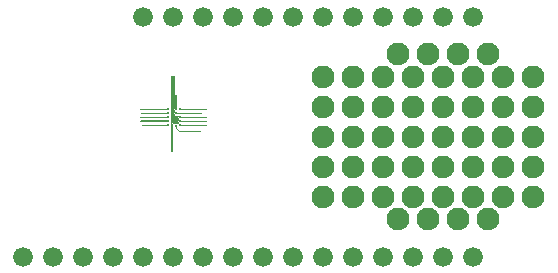
<source format=gbr>
G04 #@! TF.GenerationSoftware,KiCad,Pcbnew,5.1.4+dfsg1-1~bpo10+1*
G04 #@! TF.CreationDate,2019-11-15T17:22:20+01:00*
G04 #@! TF.ProjectId,quicklogic-quick-feather-board,71756963-6b6c-46f6-9769-632d71756963,rev?*
G04 #@! TF.SameCoordinates,Original*
G04 #@! TF.FileFunction,Copper,L2,Inr*
G04 #@! TF.FilePolarity,Positive*
%FSLAX46Y46*%
G04 Gerber Fmt 4.6, Leading zero omitted, Abs format (unit mm)*
G04 Created by KiCad (PCBNEW 5.1.4+dfsg1-1~bpo10+1) date 2019-11-15 17:22:20*
%MOMM*%
%LPD*%
G04 APERTURE LIST*
%ADD10C,1.676400*%
%ADD11C,0.250000*%
%ADD12C,1.930400*%
%ADD13C,0.100000*%
%ADD14C,0.150000*%
G04 APERTURE END LIST*
D10*
X129451100Y-115163600D03*
X131991100Y-115163600D03*
X134531100Y-115163600D03*
X137071100Y-115163600D03*
X139611100Y-115163600D03*
X142151100Y-115163600D03*
X144691100Y-115163600D03*
X147231100Y-115163600D03*
X149771100Y-115163600D03*
X152311100Y-115163600D03*
X154851100Y-115163600D03*
X157391100Y-115163600D03*
X159931100Y-115163600D03*
X162471100Y-115163600D03*
X165011100Y-115163600D03*
X167551100Y-115163600D03*
X167551100Y-94843600D03*
X165011100Y-94843600D03*
X162471100Y-94843600D03*
X159931100Y-94843600D03*
X157391100Y-94843600D03*
X154851100Y-94843600D03*
X152311100Y-94843600D03*
X149771100Y-94843600D03*
X147231100Y-94843600D03*
X144691100Y-94843600D03*
X142151100Y-94843600D03*
X139611100Y-94843600D03*
D11*
X142420600Y-104065600D03*
X142417800Y-103354400D03*
X142065000Y-103710000D03*
X142065000Y-103360000D03*
X142065000Y-103010000D03*
D12*
X161201100Y-111988600D03*
X163741100Y-111988600D03*
X166281100Y-111988600D03*
X168821100Y-111988600D03*
X161201100Y-98018600D03*
X163741100Y-98018600D03*
X166281100Y-98018600D03*
X168821100Y-98018600D03*
X167551100Y-99923600D03*
X167551100Y-102463600D03*
X170091100Y-102463600D03*
X170091100Y-99923600D03*
X172631100Y-99923600D03*
X172631100Y-102463600D03*
X172631100Y-105003600D03*
X172631100Y-107543600D03*
X170091100Y-107543600D03*
X170091100Y-105003600D03*
X167551100Y-105003600D03*
X167551100Y-107543600D03*
X167551100Y-110083600D03*
X170091100Y-110083600D03*
X165011100Y-110083600D03*
X165011100Y-107543600D03*
X165011100Y-105003600D03*
X165011100Y-102463600D03*
X165011100Y-99923600D03*
X162471100Y-99923600D03*
X162471100Y-102463600D03*
X162471100Y-105003600D03*
X162471100Y-107543600D03*
X162471100Y-110083600D03*
X159931100Y-110083600D03*
X159931100Y-107543600D03*
X159931100Y-105003600D03*
X159931100Y-102463600D03*
X159931100Y-99923600D03*
X157391100Y-99923600D03*
X157391100Y-102463600D03*
X157391100Y-105003600D03*
X157391100Y-107543600D03*
X157391100Y-110083600D03*
X172631100Y-110083600D03*
X154851100Y-102463600D03*
X154851100Y-105003600D03*
X154851100Y-99923600D03*
X154851100Y-107543600D03*
X154851100Y-110083600D03*
D11*
X141715000Y-104060000D03*
X142765000Y-104060000D03*
X142765000Y-103710000D03*
X141715000Y-103360000D03*
X142765000Y-103360000D03*
X141715000Y-103010000D03*
X142415000Y-103010000D03*
X141715000Y-102660000D03*
X142765000Y-102660000D03*
X142065000Y-104060000D03*
X141715000Y-103710000D03*
X142420000Y-102660000D03*
D13*
X141715000Y-104060000D02*
X141538224Y-104060000D01*
X141538224Y-104060000D02*
X139480000Y-104060000D01*
X142420600Y-104242376D02*
X142673824Y-104495600D01*
X142420600Y-104065600D02*
X142420600Y-104242376D01*
X142673824Y-104495600D02*
X144399000Y-104495600D01*
X142765000Y-104060000D02*
X144960000Y-104060000D01*
X142765000Y-103710000D02*
X144960000Y-103710000D01*
X141715000Y-103360000D02*
X141538224Y-103360000D01*
X141538224Y-103360000D02*
X139350000Y-103360000D01*
X142765000Y-103360000D02*
X144920000Y-103360000D01*
X141715000Y-103010000D02*
X141538224Y-103010000D01*
X141538224Y-103010000D02*
X139460000Y-103010000D01*
X142415000Y-103010000D02*
X144535000Y-103010000D01*
X141715000Y-102660000D02*
X139340000Y-102660000D01*
X142765000Y-102660000D02*
X144950000Y-102660000D01*
D14*
X141715000Y-103710000D02*
X139400000Y-103710000D01*
X142420000Y-102660000D02*
X142420000Y-102483224D01*
X142420000Y-102483224D02*
X142420000Y-101450000D01*
X142065000Y-104060000D02*
X142065000Y-106210000D01*
D13*
G36*
X142200000Y-102537106D02*
G01*
X142197390Y-102541012D01*
X142178454Y-102586728D01*
X142168800Y-102635259D01*
X142168800Y-102684741D01*
X142178454Y-102733272D01*
X142197390Y-102778988D01*
X142200000Y-102782894D01*
X142200000Y-102879623D01*
X142192390Y-102891012D01*
X142173454Y-102936728D01*
X142163800Y-102985259D01*
X142163800Y-103034741D01*
X142173454Y-103083272D01*
X142192390Y-103128988D01*
X142200000Y-103140377D01*
X142200000Y-103175000D01*
X142200961Y-103184755D01*
X142203806Y-103194134D01*
X142208427Y-103202779D01*
X142214645Y-103210355D01*
X142222221Y-103216573D01*
X142230866Y-103221194D01*
X142240245Y-103224039D01*
X142250000Y-103225000D01*
X142284623Y-103225000D01*
X142296012Y-103232610D01*
X142341728Y-103251546D01*
X142390259Y-103261200D01*
X142439741Y-103261200D01*
X142488272Y-103251546D01*
X142533988Y-103232610D01*
X142545377Y-103225000D01*
X142549690Y-103225000D01*
X142549658Y-103230135D01*
X142542390Y-103241012D01*
X142523454Y-103286728D01*
X142513800Y-103335259D01*
X142513800Y-103384741D01*
X142523454Y-103433272D01*
X142542390Y-103478988D01*
X142548066Y-103487482D01*
X142547472Y-103583406D01*
X142542390Y-103591012D01*
X142523454Y-103636728D01*
X142513800Y-103685259D01*
X142513800Y-103734741D01*
X142523454Y-103783272D01*
X142542390Y-103828988D01*
X142545920Y-103834270D01*
X142545909Y-103836000D01*
X142522712Y-103836000D01*
X142493872Y-103824054D01*
X142445341Y-103814400D01*
X142395859Y-103814400D01*
X142347328Y-103824054D01*
X142318488Y-103836000D01*
X142180632Y-103836000D01*
X142138272Y-103818454D01*
X142089741Y-103808800D01*
X142040259Y-103808800D01*
X141991728Y-103818454D01*
X141962217Y-103830678D01*
X141961707Y-103757329D01*
X141966200Y-103734741D01*
X141966200Y-103685259D01*
X141961024Y-103659240D01*
X141959354Y-103419158D01*
X141966200Y-103384741D01*
X141966200Y-103335259D01*
X141958501Y-103296554D01*
X141957001Y-103080986D01*
X141966200Y-103034741D01*
X141966200Y-102985259D01*
X141956546Y-102936728D01*
X141955988Y-102935380D01*
X141954614Y-102737936D01*
X141956546Y-102733272D01*
X141966200Y-102684741D01*
X141966200Y-102635259D01*
X141956546Y-102586728D01*
X141953511Y-102579401D01*
X141950000Y-102074796D01*
X141950000Y-99900000D01*
X142200000Y-99900000D01*
X142200000Y-102537106D01*
X142200000Y-102537106D01*
G37*
X142200000Y-102537106D02*
X142197390Y-102541012D01*
X142178454Y-102586728D01*
X142168800Y-102635259D01*
X142168800Y-102684741D01*
X142178454Y-102733272D01*
X142197390Y-102778988D01*
X142200000Y-102782894D01*
X142200000Y-102879623D01*
X142192390Y-102891012D01*
X142173454Y-102936728D01*
X142163800Y-102985259D01*
X142163800Y-103034741D01*
X142173454Y-103083272D01*
X142192390Y-103128988D01*
X142200000Y-103140377D01*
X142200000Y-103175000D01*
X142200961Y-103184755D01*
X142203806Y-103194134D01*
X142208427Y-103202779D01*
X142214645Y-103210355D01*
X142222221Y-103216573D01*
X142230866Y-103221194D01*
X142240245Y-103224039D01*
X142250000Y-103225000D01*
X142284623Y-103225000D01*
X142296012Y-103232610D01*
X142341728Y-103251546D01*
X142390259Y-103261200D01*
X142439741Y-103261200D01*
X142488272Y-103251546D01*
X142533988Y-103232610D01*
X142545377Y-103225000D01*
X142549690Y-103225000D01*
X142549658Y-103230135D01*
X142542390Y-103241012D01*
X142523454Y-103286728D01*
X142513800Y-103335259D01*
X142513800Y-103384741D01*
X142523454Y-103433272D01*
X142542390Y-103478988D01*
X142548066Y-103487482D01*
X142547472Y-103583406D01*
X142542390Y-103591012D01*
X142523454Y-103636728D01*
X142513800Y-103685259D01*
X142513800Y-103734741D01*
X142523454Y-103783272D01*
X142542390Y-103828988D01*
X142545920Y-103834270D01*
X142545909Y-103836000D01*
X142522712Y-103836000D01*
X142493872Y-103824054D01*
X142445341Y-103814400D01*
X142395859Y-103814400D01*
X142347328Y-103824054D01*
X142318488Y-103836000D01*
X142180632Y-103836000D01*
X142138272Y-103818454D01*
X142089741Y-103808800D01*
X142040259Y-103808800D01*
X141991728Y-103818454D01*
X141962217Y-103830678D01*
X141961707Y-103757329D01*
X141966200Y-103734741D01*
X141966200Y-103685259D01*
X141961024Y-103659240D01*
X141959354Y-103419158D01*
X141966200Y-103384741D01*
X141966200Y-103335259D01*
X141958501Y-103296554D01*
X141957001Y-103080986D01*
X141966200Y-103034741D01*
X141966200Y-102985259D01*
X141956546Y-102936728D01*
X141955988Y-102935380D01*
X141954614Y-102737936D01*
X141956546Y-102733272D01*
X141966200Y-102684741D01*
X141966200Y-102635259D01*
X141956546Y-102586728D01*
X141953511Y-102579401D01*
X141950000Y-102074796D01*
X141950000Y-99900000D01*
X142200000Y-99900000D01*
X142200000Y-102537106D01*
M02*

</source>
